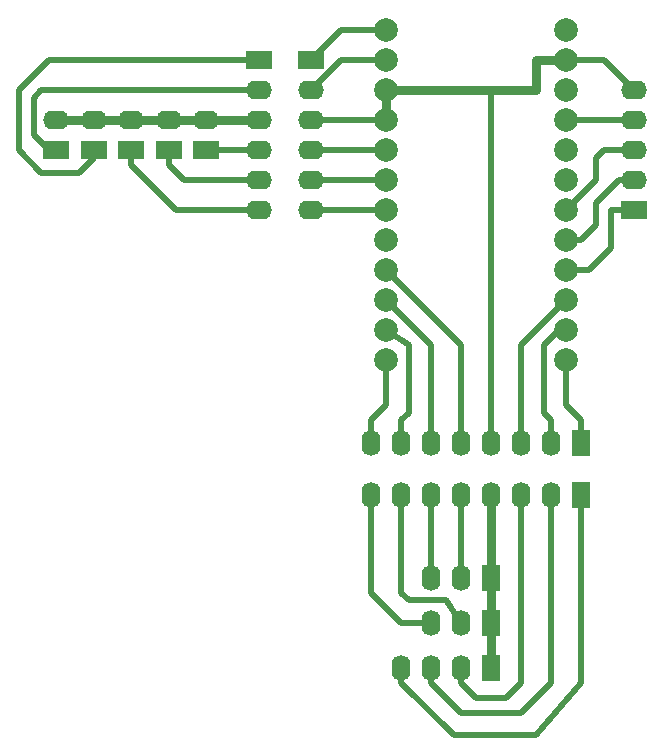
<source format=gbr>
G04 --- HEADER BEGIN --- *
G04 #@! TF.GenerationSoftware,LibrePCB,LibrePCB,0.1.7*
G04 #@! TF.CreationDate,2023-06-03T19:29:22*
G04 #@! TF.ProjectId,THQRightThrottle,1801acc5-9244-403a-a77d-ebbcc31c52c0,v1*
G04 #@! TF.Part,Single*
G04 #@! TF.SameCoordinates*
G04 #@! TF.FileFunction,Copper,L1,Top*
G04 #@! TF.FilePolarity,Positive*
%FSLAX66Y66*%
%MOMM*%
G01*
G75*
G04 --- HEADER END --- *
G04 --- APERTURE LIST BEGIN --- *
G04 #@! TA.AperFunction,ComponentPad*
%ADD10R,2.19X1.587*%
%ADD11O,2.19X1.587*%
%ADD12O,1.587X2.19*%
%ADD13R,1.587X2.19*%
%ADD14C,2.0*%
G04 #@! TA.AperFunction,Conductor*
%ADD15C,0.5*%
%ADD16C,0.8*%
G04 #@! TD*
G04 --- APERTURE LIST END --- *
G04 --- BOARD BEGIN --- *
D10*
G04 #@! TO.N,N9*
G04 #@! TO.C,J_HAT*
G04 #@! TO.P,J_HAT,1,1*
X-13970000Y8255000D03*
D11*
G04 #@! TO.N,N20*
G04 #@! TO.P,J_HAT,3,3*
X-13970000Y3175000D03*
G04 #@! TO.N,N8*
G04 #@! TO.P,J_HAT,6,6*
X-13970000Y-4445000D03*
G04 #@! TO.N,N6*
G04 #@! TO.P,J_HAT,4,4*
X-13970000Y635000D03*
G04 #@! TO.N,N2*
G04 #@! TO.P,J_HAT,2,2*
X-13970000Y5715000D03*
G04 #@! TO.N,N7*
G04 #@! TO.P,J_HAT,5,5*
X-13970000Y-1905000D03*
D12*
G04 #@! TO.N,N26*
G04 #@! TO.C,J_2WAY2*
G04 #@! TO.P,J_2WAY2,3,3*
X-3810000Y-35560000D03*
D13*
G04 #@! TO.N,N22*
G04 #@! TO.P,J_2WAY2,1,1*
X1270000Y-35560000D03*
D12*
G04 #@! TO.N,N25*
G04 #@! TO.P,J_2WAY2,2,2*
X-1270000Y-35560000D03*
D11*
G04 #@! TO.N,N4*
G04 #@! TO.C,J_TDC*
G04 #@! TO.P,J_TDC,2,2*
X13335000Y-1905000D03*
G04 #@! TO.N,N20*
G04 #@! TO.P,J_TDC,5,5*
X13335000Y5715000D03*
G04 #@! TO.N,N5*
G04 #@! TO.P,J_TDC,3,3*
X13335000Y635000D03*
D10*
G04 #@! TO.N,N1*
G04 #@! TO.P,J_TDC,1,1*
X13335000Y-4445000D03*
D11*
G04 #@! TO.N,N10*
G04 #@! TO.P,J_TDC,4,4*
X13335000Y3175000D03*
D12*
G04 #@! TO.N,N28*
G04 #@! TO.C,J_3WAY*
G04 #@! TO.P,J_3WAY,3,3*
X-3810000Y-43180000D03*
G04 #@! TO.N,N27*
G04 #@! TO.P,J_3WAY,2,2*
X-1270000Y-43180000D03*
G04 #@! TO.N,N29*
G04 #@! TO.P,J_3WAY,4,4*
X-6350000Y-43180000D03*
D13*
G04 #@! TO.N,N22*
G04 #@! TO.P,J_3WAY,1,1*
X1270000Y-43180000D03*
D11*
G04 #@! TO.N,N18*
G04 #@! TO.C,J_PUSH*
G04 #@! TO.P,J_PUSH,2,2*
X-35560000Y3175000D03*
D10*
G04 #@! TO.N,N17*
G04 #@! TO.P,J_PUSH,1,1*
X-35560000Y635000D03*
D11*
G04 #@! TO.N,N18*
G04 #@! TO.C,J_DOWN*
G04 #@! TO.P,J_DOWN,2,2*
X-29210000Y3175000D03*
D10*
G04 #@! TO.N,N30*
G04 #@! TO.P,J_DOWN,1,1*
X-29210000Y635000D03*
D11*
G04 #@! TO.N,N18*
G04 #@! TO.C,J_LEFT*
G04 #@! TO.P,J_LEFT,2,2*
X-22860000Y3175000D03*
D10*
G04 #@! TO.N,N31*
G04 #@! TO.P,J_LEFT,1,1*
X-22860000Y635000D03*
D14*
G04 #@! TO.N,N4*
G04 #@! TO.C,U_PRO_MICRO*
G04 #@! TO.P,U_PRO_MICRO,A0,A0*
X7620000Y-6985000D03*
G04 #@! TO.N,N8*
G04 #@! TO.P,U_PRO_MICRO,D4,D4*
X-7620000Y-4445000D03*
G04 #@! TO.N,N/C*
G04 #@! TO.P,U_PRO_MICRO,RST,RESET*
X7620000Y5715000D03*
G04 #@! TO.N,N2*
G04 #@! TO.P,U_PRO_MICRO,D0,RX/D0*
X-7620000Y8255000D03*
G04 #@! TO.N,N/C*
G04 #@! TO.P,U_PRO_MICRO,RAW,RAW*
X7620000Y10795000D03*
G04 #@! TO.P,U_PRO_MICRO,D5,D5*
X-7620000Y-6985000D03*
G04 #@! TO.N,N13*
G04 #@! TO.P,U_PRO_MICRO,D6,D6*
X-7620000Y-9525000D03*
G04 #@! TO.N,N5*
G04 #@! TO.P,U_PRO_MICRO,A1,A1*
X7620000Y-4445000D03*
G04 #@! TO.N,N20*
G04 #@! TO.P,U_PRO_MICRO,GND2,GND*
X-7620000Y3175000D03*
G04 #@! TO.N,N16*
G04 #@! TO.P,U_PRO_MICRO,D10,D10*
X7620000Y-17145000D03*
G04 #@! TO.N,N20*
G04 #@! TO.P,U_PRO_MICRO,GND1,GND*
X-7620000Y5715000D03*
G04 #@! TO.N,N14*
G04 #@! TO.P,U_PRO_MICRO,D14,MISO/D14*
X7620000Y-12065000D03*
G04 #@! TO.N,N11*
G04 #@! TO.P,U_PRO_MICRO,D8,D8*
X-7620000Y-14605000D03*
G04 #@! TO.N,N15*
G04 #@! TO.P,U_PRO_MICRO,D16,MOSI/D16*
X7620000Y-14605000D03*
G04 #@! TO.N,N7*
G04 #@! TO.P,U_PRO_MICRO,D3,D3*
X-7620000Y-1905000D03*
G04 #@! TO.N,N12*
G04 #@! TO.P,U_PRO_MICRO,D7,D7*
X-7620000Y-12065000D03*
G04 #@! TO.N,N3*
G04 #@! TO.P,U_PRO_MICRO,D9,D9*
X-7620000Y-17145000D03*
G04 #@! TO.N,N6*
G04 #@! TO.P,U_PRO_MICRO,D2,D2*
X-7620000Y635000D03*
G04 #@! TO.N,N20*
G04 #@! TO.P,U_PRO_MICRO,GND3,GND*
X7620000Y8255000D03*
G04 #@! TO.N,N/C*
G04 #@! TO.P,U_PRO_MICRO,A3,A3*
X7620000Y635000D03*
G04 #@! TO.N,N1*
G04 #@! TO.P,U_PRO_MICRO,D15,SCLK/D15*
X7620000Y-9525000D03*
G04 #@! TO.N,N/C*
G04 #@! TO.P,U_PRO_MICRO,A2,A2*
X7620000Y-1905000D03*
G04 #@! TO.N,N9*
G04 #@! TO.P,U_PRO_MICRO,D1,TX/D1*
X-7620000Y10795000D03*
G04 #@! TO.N,N10*
G04 #@! TO.P,U_PRO_MICRO,VCC,VCC*
X7620000Y3175000D03*
D12*
G04 #@! TO.N,N23*
G04 #@! TO.C,J_2WAY1*
G04 #@! TO.P,J_2WAY1,3,3*
X-3810000Y-39370000D03*
D13*
G04 #@! TO.N,N22*
G04 #@! TO.P,J_2WAY1,1,1*
X1270000Y-39370000D03*
D12*
G04 #@! TO.N,N24*
G04 #@! TO.P,J_2WAY1,2,2*
X-1270000Y-39370000D03*
D11*
G04 #@! TO.N,N18*
G04 #@! TO.C,J_RIGHT*
G04 #@! TO.P,J_RIGHT,2,2*
X-26035000Y3175000D03*
D10*
G04 #@! TO.N,N19*
G04 #@! TO.P,J_RIGHT,1,1*
X-26035000Y635000D03*
D11*
G04 #@! TO.N,N18*
G04 #@! TO.C,J_UP*
G04 #@! TO.P,J_UP,2,2*
X-32385000Y3175000D03*
D10*
G04 #@! TO.N,N32*
G04 #@! TO.P,J_UP,1,1*
X-32385000Y635000D03*
D12*
G04 #@! TO.N,N26*
G04 #@! TO.C,J_SWITCHES2*
G04 #@! TO.P,J_SWITCHES2,6,6*
X-3810000Y-28575000D03*
G04 #@! TO.N,N22*
G04 #@! TO.P,J_SWITCHES2,4,4*
X1270000Y-28575000D03*
G04 #@! TO.N,N27*
G04 #@! TO.P,J_SWITCHES2,3,3*
X3810000Y-28575000D03*
G04 #@! TO.N,N23*
G04 #@! TO.P,J_SWITCHES2,8,8*
X-8890000Y-28575000D03*
D13*
G04 #@! TO.N,N29*
G04 #@! TO.P,J_SWITCHES2,1,1*
X8890000Y-28575000D03*
D12*
G04 #@! TO.N,N28*
G04 #@! TO.P,J_SWITCHES2,2,2*
X6350000Y-28575000D03*
G04 #@! TO.N,N25*
G04 #@! TO.P,J_SWITCHES2,5,5*
X-1270000Y-28575000D03*
G04 #@! TO.N,N24*
G04 #@! TO.P,J_SWITCHES2,7,7*
X-6350000Y-28575000D03*
G04 #@! TO.N,N12*
G04 #@! TO.C,J_SWITCHES*
G04 #@! TO.P,J_SWITCHES,6,6*
X-3810000Y-24130000D03*
G04 #@! TO.N,N20*
G04 #@! TO.P,J_SWITCHES,4,4*
X1270000Y-24130000D03*
G04 #@! TO.N,N14*
G04 #@! TO.P,J_SWITCHES,3,3*
X3810000Y-24130000D03*
G04 #@! TO.N,N3*
G04 #@! TO.P,J_SWITCHES,8,8*
X-8890000Y-24130000D03*
D13*
G04 #@! TO.N,N16*
G04 #@! TO.P,J_SWITCHES,1,1*
X8890000Y-24130000D03*
D12*
G04 #@! TO.N,N15*
G04 #@! TO.P,J_SWITCHES,2,2*
X6350000Y-24130000D03*
G04 #@! TO.N,N13*
G04 #@! TO.P,J_SWITCHES,5,5*
X-1270000Y-24130000D03*
G04 #@! TO.N,N11*
G04 #@! TO.P,J_SWITCHES,7,7*
X-6350000Y-24130000D03*
D10*
G04 #@! TO.N,N32*
G04 #@! TO.C,J_HAT2*
G04 #@! TO.P,J_HAT2,1,1*
X-18415000Y8255000D03*
D11*
G04 #@! TO.N,N18*
G04 #@! TO.P,J_HAT2,3,3*
X-18415000Y3175000D03*
G04 #@! TO.N,N30*
G04 #@! TO.P,J_HAT2,6,6*
X-18415000Y-4445000D03*
G04 #@! TO.N,N31*
G04 #@! TO.P,J_HAT2,4,4*
X-18415000Y635000D03*
G04 #@! TO.N,N17*
G04 #@! TO.P,J_HAT2,2,2*
X-18415000Y5715000D03*
G04 #@! TO.N,N19*
G04 #@! TO.P,J_HAT2,5,5*
X-18415000Y-1905000D03*
D15*
G04 #@! TD.C*
G04 #@! TD.P*
G04 #@! TO.N,N10*
X7620000Y3175000D02*
X13335000Y3175000D01*
G04 #@! TO.N,N31*
X-18415000Y635000D02*
X-22860000Y635000D01*
G04 #@! TO.N,N19*
X-26035000Y635000D02*
X-26035000Y-635000D01*
X-26035000Y-635000D02*
X-24765000Y-1905000D01*
X-18415000Y-1905000D02*
X-24765000Y-1905000D01*
D16*
G04 #@! TO.N,N22*
X1270000Y-39370000D02*
X1270000Y-43180000D01*
X1270000Y-35560000D02*
X1270000Y-39370000D01*
X1270000Y-39370000D02*
X1270000Y-39370000D01*
X1270000Y-35560000D02*
X1270000Y-35560000D01*
X1270000Y-28575000D02*
X1270000Y-35560000D01*
D15*
G04 #@! TO.N,N27*
X-1270000Y-43180000D02*
X-1270000Y-44450000D01*
X3810000Y-28575000D02*
X3810000Y-44450000D01*
X-1270000Y-44450000D02*
X0Y-45720000D01*
X2540000Y-45720000D02*
X3810000Y-44450000D01*
X0Y-45720000D02*
X2540000Y-45720000D01*
G04 #@! TO.N,N2*
X-11430000Y8255000D02*
X-7620000Y8255000D01*
X-13970000Y5715000D02*
X-11430000Y8255000D01*
G04 #@! TO.N,N8*
X-7620000Y-4445000D02*
X-13970000Y-4445000D01*
G04 #@! TO.N,N24*
X-5715000Y-37465000D02*
X-6350000Y-36830000D01*
X-1270000Y-39370000D02*
X-2540000Y-37465000D01*
X-1270000Y-39370000D02*
X-1270000Y-39370000D01*
X-6350000Y-28575000D02*
X-6350000Y-36830000D01*
X-2540000Y-37465000D02*
X-5715000Y-37465000D01*
G04 #@! TO.N,N17*
X-18415000Y5715000D02*
X-36830000Y5715000D01*
X-37465000Y1905000D02*
X-37465000Y5080000D01*
X-37465000Y5080000D02*
X-36830000Y5715000D01*
X-35560000Y635000D02*
X-36195000Y635000D01*
X-36195000Y635000D02*
X-37465000Y1905000D01*
G04 #@! TO.N,N32*
X-38735000Y635000D02*
X-38735000Y5715000D01*
X-18415000Y8255000D02*
X-36195000Y8255000D01*
X-33655000Y-1270000D02*
X-36830000Y-1270000D01*
X-36830000Y-1270000D02*
X-38735000Y635000D01*
X-38735000Y5715000D02*
X-36195000Y8255000D01*
X-32385000Y0D02*
X-33655000Y-1270000D01*
X-32385000Y635000D02*
X-32385000Y0D01*
G04 #@! TO.N,N12*
X-3810000Y-24130000D02*
X-3810000Y-15875000D01*
X-3810000Y-15875000D02*
X-7620000Y-12065000D01*
G04 #@! TO.N,N13*
X-1270000Y-15875000D02*
X-7620000Y-9525000D01*
X-1270000Y-24130000D02*
X-1270000Y-15875000D01*
D16*
G04 #@! TO.N,N20*
X1270000Y5715000D02*
X-7620000Y5715000D01*
X1270000Y5715000D02*
X5080000Y5715000D01*
D15*
X1270000Y5715000D02*
X1270000Y-24130000D01*
X10795000Y8255000D02*
X7620000Y8255000D01*
D16*
X5080000Y5715000D02*
X5080000Y8255000D01*
X-7620000Y5715000D02*
X-7620000Y3175000D01*
X5080000Y8255000D02*
X7620000Y8255000D01*
D15*
X-7620000Y3175000D02*
X-13970000Y3175000D01*
X13335000Y5715000D02*
X10795000Y8255000D01*
G04 #@! TO.N,N14*
X3810000Y-15875000D02*
X3810000Y-24130000D01*
X7620000Y-12065000D02*
X3810000Y-15875000D01*
G04 #@! TO.N,N6*
X-7620000Y635000D02*
X-13970000Y635000D01*
G04 #@! TO.N,N16*
X8890000Y-22225000D02*
X8890000Y-24130000D01*
X7620000Y-17145000D02*
X7620000Y-20955000D01*
X7620000Y-20955000D02*
X8890000Y-22225000D01*
G04 #@! TO.N,N7*
X-7620000Y-1905000D02*
X-13970000Y-1905000D01*
G04 #@! TO.N,N11*
X-5715000Y-21590000D02*
X-6350000Y-22225000D01*
X-5715000Y-15875000D02*
X-5715000Y-21590000D01*
X-7620000Y-14605000D02*
X-5715000Y-15875000D01*
X-6350000Y-22225000D02*
X-6350000Y-24130000D01*
G04 #@! TO.N,N30*
X-29210000Y-635000D02*
X-25400000Y-4445000D01*
X-18415000Y-4445000D02*
X-25400000Y-4445000D01*
X-29210000Y635000D02*
X-29210000Y-635000D01*
D16*
G04 #@! TO.N,N18*
X-32385000Y3175000D02*
X-35560000Y3175000D01*
X-29210000Y3175000D02*
X-29210000Y3175000D01*
X-26035000Y3175000D02*
X-29210000Y3175000D01*
X-22860000Y3175000D02*
X-22860000Y3175000D01*
X-18415000Y3175000D02*
X-22860000Y3175000D01*
X-32385000Y3175000D02*
X-32385000Y3175000D01*
X-26035000Y3175000D02*
X-26035000Y3175000D01*
X-29210000Y3175000D02*
X-32385000Y3175000D01*
X-22860000Y3175000D02*
X-26035000Y3175000D01*
D15*
G04 #@! TO.N,N25*
X-1270000Y-28575000D02*
X-1270000Y-35560000D01*
G04 #@! TO.N,N29*
X5080000Y-48895000D02*
X8890000Y-44450000D01*
X-1270000Y-48895000D02*
X-1905000Y-48895000D01*
X8890000Y-28575000D02*
X8890000Y-44450000D01*
X-1270000Y-48895000D02*
X5080000Y-48895000D01*
X-6350000Y-43180000D02*
X-6350000Y-44450000D01*
X-1905000Y-48895000D02*
X-6350000Y-44450000D01*
G04 #@! TO.N,N1*
X7620000Y-9525000D02*
X9525000Y-9525000D01*
X11430000Y-4445000D02*
X11430000Y-7620000D01*
X11430000Y-4445000D02*
X13335000Y-4445000D01*
X11430000Y-7620000D02*
X9525000Y-9525000D01*
G04 #@! TO.N,N26*
X-3810000Y-28575000D02*
X-3810000Y-35560000D01*
G04 #@! TO.N,N15*
X6350000Y-22225000D02*
X6350000Y-24130000D01*
X5715000Y-15875000D02*
X5715000Y-21590000D01*
X5715000Y-15875000D02*
X6985000Y-14605000D01*
X5715000Y-21590000D02*
X6350000Y-22225000D01*
X6985000Y-14605000D02*
X7620000Y-14605000D01*
G04 #@! TO.N,N28*
X3810000Y-46990000D02*
X6350000Y-44450000D01*
X-3810000Y-44450000D02*
X-1270000Y-46990000D01*
X6350000Y-28575000D02*
X6350000Y-44450000D01*
X-3810000Y-43180000D02*
X-3810000Y-44450000D01*
X-1270000Y-46990000D02*
X3810000Y-46990000D01*
G04 #@! TO.N,N9*
X-13970000Y8255000D02*
X-11430000Y10795000D01*
X-11430000Y10795000D02*
X-7620000Y10795000D01*
G04 #@! TO.N,N3*
X-8890000Y-24130000D02*
X-8890000Y-22225000D01*
X-7620000Y-17145000D02*
X-7620000Y-20955000D01*
X-8890000Y-22225000D02*
X-7620000Y-20955000D01*
G04 #@! TO.N,N23*
X-8890000Y-28575000D02*
X-8890000Y-36830000D01*
X-3810000Y-39370000D02*
X-6350000Y-39370000D01*
X-6350000Y-39370000D02*
X-8890000Y-36830000D01*
G04 #@! TO.N,N5*
X10795000Y635000D02*
X10160000Y0D01*
X13335000Y635000D02*
X10795000Y635000D01*
X10160000Y-1905000D02*
X7620000Y-4445000D01*
X10160000Y0D02*
X10160000Y-1905000D01*
G04 #@! TO.N,N4*
X12065000Y-1905000D02*
X10160000Y-3810000D01*
X8890000Y-6985000D02*
X10160000Y-5715000D01*
X13335000Y-1905000D02*
X12065000Y-1905000D01*
X7620000Y-6985000D02*
X8890000Y-6985000D01*
X10160000Y-5715000D02*
X10160000Y-3810000D01*
G04 --- BOARD END --- *
G04 #@! TF.MD5,18330d2c46c9b5f6fca76140fcba5357*
M02*

</source>
